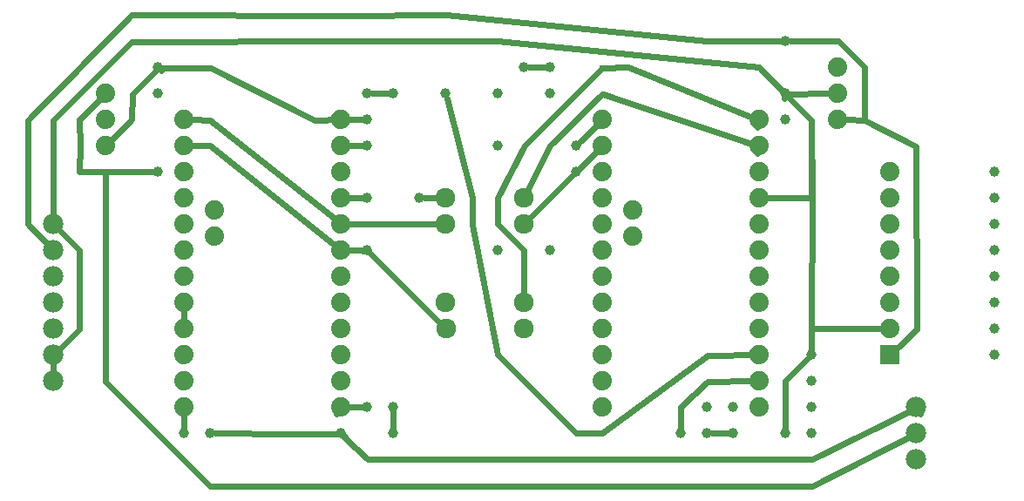
<source format=gbr>
G04*
G04 GERBER (RE)GENERATED BY FLATCAM v8.994 - www.flatcam.org - Version Date: 2020/11/7*
G04 Filename: PCB_PCB1_854475050_copperTop.gtl_edit_1*
G04 Created on : Sunday, 28 February 2021 at 19:50*
G04*
G04 RS-274X GERBER GENERATED BY FLATCAM v8.994 - www.flatcam.org - Version Date: 2020/11/7*
G04 Filename: PCB_PCB1_854475050_copperTop.gtl_edit_1*
G04 Created on : Sunday, 28 February 2021 at 19:50*
%FSLAX24Y24*%
%MOIN*%
%ADD10C,0.07399985199999999*%
%ADD11C,0.077999844*%
%ADD12C,0.075666848666*%
%ADD13C,0.07569484861*%
%ADD14C,0.03936992126*%
%ADD17R,0.07399985199999999X0.07399985199999999*%
%ADD18C,0.023999952*%

G70*
G90*
G01*
%LPD*%
D10*
X22610Y15210D03*
X22610Y14210D03*
X22610Y13210D03*
X22610Y12210D03*
X22610Y11210D03*
X23760Y11760D03*
X23760Y10760D03*
X22610Y10210D03*
X22610Y09210D03*
X22610Y08210D03*
X22610Y07210D03*
X22610Y06210D03*
X22610Y05210D03*
X22610Y04210D03*
X28610Y04210D03*
X28610Y05210D03*
X28610Y06210D03*
X28610Y07210D03*
X28610Y08210D03*
X28610Y09210D03*
X28610Y10210D03*
X28610Y11210D03*
X28610Y12210D03*
X28610Y13210D03*
X28610Y14210D03*
X28610Y15210D03*
X22610Y15210D03*
X22610Y14210D03*
X22610Y13210D03*
X22610Y12210D03*
X22610Y11210D03*
X23760Y11760D03*
X23760Y10760D03*
X22610Y10210D03*
X22610Y09210D03*
X22610Y08210D03*
X22610Y07210D03*
X22610Y06210D03*
X22610Y05210D03*
X22610Y04210D03*
X28610Y04210D03*
X28610Y05210D03*
X28610Y06210D03*
X28610Y07210D03*
X28610Y08210D03*
X28610Y09210D03*
X28610Y10210D03*
X28610Y11210D03*
X28610Y12210D03*
X28610Y13210D03*
X28610Y14210D03*
X28610Y15210D03*
X03610Y14210D03*
X03610Y15210D03*
X03610Y16210D03*
X03610Y14210D03*
X03610Y15210D03*
X03610Y16210D03*
X31610Y15210D03*
X31610Y16210D03*
X31610Y17210D03*
X31610Y15210D03*
X31610Y16210D03*
X31610Y17210D03*
X06610Y15210D03*
X06610Y14210D03*
X06610Y13210D03*
X06610Y12210D03*
X06610Y11210D03*
X07760Y11760D03*
X07760Y10760D03*
X06610Y10210D03*
X06610Y09210D03*
X06610Y08210D03*
X06610Y07210D03*
X06610Y06210D03*
X06610Y05210D03*
X06610Y04210D03*
X12610Y04210D03*
X12610Y05210D03*
X12610Y06210D03*
X12610Y07210D03*
X12610Y08210D03*
X12610Y09210D03*
X12610Y10210D03*
X12610Y11210D03*
X12610Y12210D03*
X12610Y13210D03*
X12610Y14210D03*
X12610Y15210D03*
X06610Y15210D03*
X06610Y14210D03*
X06610Y13210D03*
X06610Y12210D03*
X06610Y11210D03*
X07760Y11760D03*
X07760Y10760D03*
X06610Y10210D03*
X06610Y09210D03*
X06610Y08210D03*
X06610Y07210D03*
X06610Y06210D03*
X06610Y05210D03*
X06610Y04210D03*
X12610Y04210D03*
X12610Y05210D03*
X12610Y06210D03*
X12610Y07210D03*
X12610Y08210D03*
X12610Y09210D03*
X12610Y10210D03*
X12610Y11210D03*
X12610Y12210D03*
X12610Y13210D03*
X12610Y14210D03*
X12610Y15210D03*
X33610Y07210D03*
X33610Y08210D03*
X33610Y09210D03*
X33610Y10210D03*
X33610Y11210D03*
X33610Y12210D03*
X33610Y13210D03*
X33610Y07210D03*
X33610Y08210D03*
X33610Y09210D03*
X33610Y10210D03*
X33610Y11210D03*
X33610Y12210D03*
X33610Y13210D03*
D11*
X01610Y05210D03*
X01610Y06210D03*
X01610Y07210D03*
X01610Y08210D03*
X01610Y09210D03*
X01610Y10210D03*
X01610Y11210D03*
X34610Y04210D03*
X34610Y03210D03*
X34610Y02210D03*
D12*
X19610Y07210D03*
X16620Y07210D03*
X16610Y12210D03*
X19600Y12210D03*
D13*
X19610Y08210D03*
X16610Y08210D03*
X16610Y11210D03*
X19610Y11210D03*
D14*
X15610Y12210D03*
X13610Y15210D03*
X05610Y13210D03*
X18610Y14220D03*
X13610Y14210D03*
X13610Y12210D03*
X07610Y03210D03*
X12610Y03210D03*
X06610Y03210D03*
X05610Y17210D03*
X13610Y04210D03*
X05610Y16210D03*
X21610Y13210D03*
X30610Y03210D03*
X29610Y03210D03*
X27610Y03210D03*
X30610Y06210D03*
X26610Y03210D03*
X25610Y03210D03*
X30610Y05210D03*
X30610Y04210D03*
X26610Y04210D03*
X27610Y04210D03*
X37610Y13210D03*
X37610Y07210D03*
X37610Y11210D03*
X37610Y10210D03*
X37610Y09210D03*
X37610Y06210D03*
X37610Y12210D03*
X37610Y08210D03*
X21610Y14210D03*
X20610Y10210D03*
X18610Y10210D03*
X13610Y10210D03*
X14610Y03210D03*
X14610Y04210D03*
X20610Y16210D03*
X14610Y16210D03*
X13610Y16210D03*
X19610Y17210D03*
X20610Y17210D03*
X16610Y16210D03*
X18610Y16210D03*
X29610Y16210D03*
X29610Y15210D03*
X29610Y18210D03*
D17*
X33610Y06210D03*
X33610Y06210D03*
D18*
X11600Y15200D02*
X07620Y17200D01*
X12600Y15210D02*
X11600Y15200D01*
X12330Y15340D02*
X12600Y15210D01*
X04610Y15210D02*
X03830Y14430D01*
X04610Y15210D03*
X07620Y17200D02*
X05620Y17200D01*
X05620Y17200D02*
X04620Y16200D01*
X04620Y16200D02*
X04610Y15210D01*
X30620Y01200D02*
X07600Y01200D01*
X34620Y03210D02*
X30620Y01200D01*
X07600Y01200D02*
X03600Y05200D01*
X02610Y15210D02*
X03400Y15990D01*
X34770Y03470D02*
X34620Y03210D01*
X02610Y13210D02*
X02620Y14210D01*
X03620Y13210D02*
X02610Y13210D01*
X03610Y13220D02*
X03620Y13210D01*
X03600Y05200D02*
X03610Y13220D01*
X02620Y14210D02*
X02610Y15210D01*
X01610Y05910D02*
X01610Y05510D01*
X02600Y10210D02*
X02600Y07190D01*
X02600Y07190D02*
X01830Y06420D01*
X01830Y10990D02*
X02600Y10210D01*
X06610Y07520D02*
X06610Y07900D01*
X06610Y03900D02*
X06610Y03400D01*
X12610Y04210D02*
X12420Y03960D01*
X13420Y04210D02*
X12610Y04210D01*
X30620Y02210D02*
X34620Y04200D01*
X34620Y04200D02*
X34780Y03950D01*
X12750Y03070D02*
X13620Y02220D01*
X12630Y03190D02*
X10610Y03200D01*
X12760Y03090D02*
X12630Y03190D01*
X10610Y03200D02*
X07800Y03210D01*
X04610Y15210D02*
X03830Y14430D01*
X05620Y17200D02*
X04620Y16200D01*
X04620Y16200D02*
X04610Y15210D01*
X05750Y17080D02*
X05620Y17200D01*
X02620Y14210D03*
X03610Y13220D02*
X05420Y13210D01*
X02610Y13210D02*
X03620Y13210D01*
X02620Y14210D02*
X02610Y13210D01*
X03620Y13210D02*
X03610Y13220D01*
X03400Y15990D02*
X02610Y15210D01*
X02610Y15210D02*
X02620Y14210D01*
X06920Y15210D02*
X07610Y15200D01*
X07610Y15200D02*
X12620Y11210D01*
X12620Y11210D02*
X16330Y11210D01*
X15800Y12210D02*
X16330Y12210D01*
X12920Y12210D02*
X13420Y12210D01*
X12920Y15210D02*
X13420Y15210D01*
X13420Y14210D02*
X12920Y14210D01*
X20610Y14210D02*
X19610Y12220D01*
X22610Y16200D02*
X20610Y14210D01*
X22610Y16190D02*
X22610Y16200D01*
X22620Y16200D02*
X22610Y16190D01*
X28610Y14190D02*
X22620Y16200D01*
X19610Y12220D02*
X19660Y12480D01*
X28530Y13910D02*
X28610Y14190D01*
X23610Y17210D02*
X22610Y17200D01*
X28610Y15190D02*
X23610Y17210D01*
X22610Y17200D03*
X19610Y10210D02*
X19610Y08490D01*
X18610Y11220D02*
X19610Y10210D01*
X18610Y12220D02*
X18610Y11220D01*
X19620Y14210D02*
X18610Y12220D01*
X22610Y17200D02*
X19620Y14210D01*
X28530Y14910D02*
X28610Y15190D01*
X13600Y10210D02*
X16420Y07400D01*
X13430Y10180D02*
X13600Y10210D01*
X12610Y10210D02*
X13420Y10210D01*
X07600Y14220D02*
X12610Y10210D01*
X06920Y14210D02*
X07600Y14220D01*
X21750Y14340D02*
X22390Y14990D01*
X21610Y13210D02*
X22390Y13990D01*
X19610Y11210D02*
X21610Y13210D01*
X19330Y11170D02*
X19610Y11210D01*
X21750Y13340D02*
X22390Y13990D01*
X28610Y17220D02*
X28630Y17200D01*
X18590Y18220D02*
X28610Y17220D01*
X12620Y18220D02*
X18590Y18220D01*
X30610Y15200D02*
X30620Y12210D01*
X29600Y16190D02*
X30610Y15200D01*
X04610Y18200D02*
X12620Y18220D01*
X30620Y12210D02*
X28920Y12210D01*
X28630Y17200D02*
X29600Y16190D01*
X01610Y15200D02*
X04610Y18200D01*
X01610Y11510D02*
X01610Y15200D01*
X13620Y02220D02*
X30620Y02210D01*
X30610Y06210D02*
X30610Y07210D01*
X29610Y05210D02*
X30610Y06210D01*
X30610Y07210D02*
X33300Y07210D01*
X29610Y03400D02*
X29610Y05210D01*
X30620Y12210D02*
X28920Y12210D01*
X30610Y06210D02*
X30610Y07210D01*
X30610Y07210D02*
X33620Y07210D01*
X33620Y07210D02*
X30610Y07210D01*
X29610Y05210D02*
X30610Y06210D01*
X29610Y03400D02*
X29610Y05210D01*
X30610Y07210D02*
X30620Y12210D01*
X14610Y03400D02*
X14610Y04020D01*
X34610Y14200D02*
X32620Y15200D01*
X31920Y15210D02*
X32620Y15200D01*
X31620Y18210D02*
X29800Y18210D01*
X32620Y15200D02*
X32620Y17210D01*
X32620Y15200D02*
X34610Y14200D01*
X32620Y17210D02*
X31620Y18210D01*
X16620Y19210D02*
X12620Y19200D01*
X26590Y18210D02*
X16620Y19210D01*
X00620Y11220D02*
X01400Y10420D01*
X00620Y15200D02*
X00620Y11220D01*
X12620Y19200D02*
X04610Y19220D01*
X29420Y18210D02*
X26590Y18210D01*
X04610Y19220D02*
X00620Y15200D01*
X29610Y16200D02*
X31310Y16210D01*
X29570Y16020D02*
X29610Y16200D01*
X30610Y12210D02*
X30620Y12210D01*
X30610Y15200D02*
X30610Y12210D01*
X30620Y12210D02*
X28920Y12210D01*
X29750Y16070D02*
X30610Y15200D01*
X25610Y04210D02*
X26620Y05200D01*
X25610Y03400D02*
X25610Y04210D01*
X30610Y07210D02*
X30620Y12210D01*
X30620Y12210D02*
X28920Y12210D01*
X30610Y06400D02*
X30610Y07210D01*
X27420Y03210D02*
X26800Y03210D01*
X28600Y06210D02*
X28330Y06340D01*
X22610Y03210D02*
X26620Y06200D01*
X18610Y06210D02*
X21610Y03210D01*
X21610Y03210D02*
X22610Y03210D01*
X16660Y16020D02*
X17620Y12210D01*
X17620Y12210D02*
X17620Y11190D01*
X17620Y11190D02*
X18610Y06210D01*
X19800Y17210D02*
X20420Y17210D01*
X14420Y16210D02*
X13800Y16210D01*
X32620Y15200D02*
X31920Y15210D01*
X34610Y14200D02*
X32620Y15200D01*
X34620Y07200D02*
X34610Y14200D01*
X33900Y06490D02*
X34620Y07200D01*
X26620Y06200D02*
X28600Y06210D01*
X26620Y05200D02*
X28300Y05210D01*
M02*

</source>
